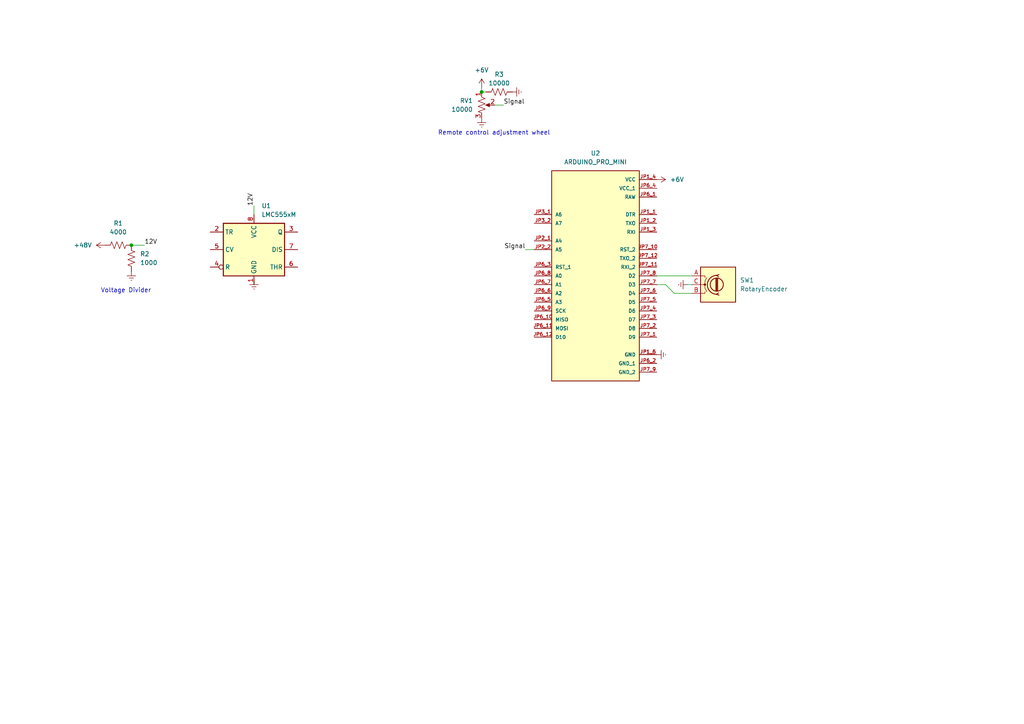
<source format=kicad_sch>
(kicad_sch
	(version 20231120)
	(generator "eeschema")
	(generator_version "8.0")
	(uuid "78b3f81d-c469-4d37-bd70-afc0c9e7fd24")
	(paper "A4")
	(lib_symbols
		(symbol "ARDUINO_PRO_MINI:ARDUINO_PRO_MINI"
			(pin_names
				(offset 1.016)
			)
			(exclude_from_sim no)
			(in_bom yes)
			(on_board yes)
			(property "Reference" "U"
				(at -12.7 31.75 0)
				(effects
					(font
						(size 1.27 1.27)
					)
					(justify left bottom)
				)
			)
			(property "Value" "ARDUINO_PRO_MINI"
				(at -12.7 -33.02 0)
				(effects
					(font
						(size 1.27 1.27)
					)
					(justify left bottom)
				)
			)
			(property "Footprint" "ARDUINO_PRO_MINI:MODULE_ARDUINO_PRO_MINI"
				(at 0 0 0)
				(effects
					(font
						(size 1.27 1.27)
					)
					(justify bottom)
					(hide yes)
				)
			)
			(property "Datasheet" ""
				(at 0 0 0)
				(effects
					(font
						(size 1.27 1.27)
					)
					(hide yes)
				)
			)
			(property "Description" "\nThis board was developed for applications and installations where space is premium and projects are made as permanent set ups. Small, available in 3.3 V and 5 V versions, powered by ATmega328P.\n"
				(at 0 0 0)
				(effects
					(font
						(size 1.27 1.27)
					)
					(justify bottom)
					(hide yes)
				)
			)
			(property "MF" "Arduino"
				(at 0 0 0)
				(effects
					(font
						(size 1.27 1.27)
					)
					(justify bottom)
					(hide yes)
				)
			)
			(property "MAXIMUM_PACKAGE_HEIGHT" "N/A"
				(at 0 0 0)
				(effects
					(font
						(size 1.27 1.27)
					)
					(justify bottom)
					(hide yes)
				)
			)
			(property "Package" "None"
				(at 0 0 0)
				(effects
					(font
						(size 1.27 1.27)
					)
					(justify bottom)
					(hide yes)
				)
			)
			(property "Price" "None"
				(at 0 0 0)
				(effects
					(font
						(size 1.27 1.27)
					)
					(justify bottom)
					(hide yes)
				)
			)
			(property "Check_prices" "https://www.snapeda.com/parts/Arduino%20Pro%20Mini/Arduino/view-part/?ref=eda"
				(at 0 0 0)
				(effects
					(font
						(size 1.27 1.27)
					)
					(justify bottom)
					(hide yes)
				)
			)
			(property "STANDARD" "Manufacturer Recommendations"
				(at 0 0 0)
				(effects
					(font
						(size 1.27 1.27)
					)
					(justify bottom)
					(hide yes)
				)
			)
			(property "PARTREV" "N/A"
				(at 0 0 0)
				(effects
					(font
						(size 1.27 1.27)
					)
					(justify bottom)
					(hide yes)
				)
			)
			(property "SnapEDA_Link" "https://www.snapeda.com/parts/Arduino%20Pro%20Mini/Arduino/view-part/?ref=snap"
				(at 0 0 0)
				(effects
					(font
						(size 1.27 1.27)
					)
					(justify bottom)
					(hide yes)
				)
			)
			(property "MP" "Arduino Pro Mini"
				(at 0 0 0)
				(effects
					(font
						(size 1.27 1.27)
					)
					(justify bottom)
					(hide yes)
				)
			)
			(property "Availability" "Not in stock"
				(at 0 0 0)
				(effects
					(font
						(size 1.27 1.27)
					)
					(justify bottom)
					(hide yes)
				)
			)
			(property "MANUFACTURER" "SparkFun Electronics"
				(at 0 0 0)
				(effects
					(font
						(size 1.27 1.27)
					)
					(justify bottom)
					(hide yes)
				)
			)
			(symbol "ARDUINO_PRO_MINI_0_0"
				(rectangle
					(start -12.7 -30.48)
					(end 12.7 30.48)
					(stroke
						(width 0.254)
						(type default)
					)
					(fill
						(type background)
					)
				)
				(pin input line
					(at 17.78 17.78 180)
					(length 5.08)
					(name "DTR"
						(effects
							(font
								(size 1.016 1.016)
							)
						)
					)
					(number "JP1_1"
						(effects
							(font
								(size 1.016 1.016)
							)
						)
					)
				)
				(pin bidirectional line
					(at 17.78 15.24 180)
					(length 5.08)
					(name "TXO"
						(effects
							(font
								(size 1.016 1.016)
							)
						)
					)
					(number "JP1_2"
						(effects
							(font
								(size 1.016 1.016)
							)
						)
					)
				)
				(pin bidirectional line
					(at 17.78 12.7 180)
					(length 5.08)
					(name "RXI"
						(effects
							(font
								(size 1.016 1.016)
							)
						)
					)
					(number "JP1_3"
						(effects
							(font
								(size 1.016 1.016)
							)
						)
					)
				)
				(pin power_in line
					(at 17.78 27.94 180)
					(length 5.08)
					(name "VCC"
						(effects
							(font
								(size 1.016 1.016)
							)
						)
					)
					(number "JP1_4"
						(effects
							(font
								(size 1.016 1.016)
							)
						)
					)
				)
				(pin power_in line
					(at 17.78 -22.86 180)
					(length 5.08)
					(name "GND"
						(effects
							(font
								(size 1.016 1.016)
							)
						)
					)
					(number "JP1_5"
						(effects
							(font
								(size 1.016 1.016)
							)
						)
					)
				)
				(pin power_in line
					(at 17.78 -22.86 180)
					(length 5.08)
					(name "GND"
						(effects
							(font
								(size 1.016 1.016)
							)
						)
					)
					(number "JP1_6"
						(effects
							(font
								(size 1.016 1.016)
							)
						)
					)
				)
				(pin bidirectional line
					(at -17.78 10.16 0)
					(length 5.08)
					(name "A4"
						(effects
							(font
								(size 1.016 1.016)
							)
						)
					)
					(number "JP2_1"
						(effects
							(font
								(size 1.016 1.016)
							)
						)
					)
				)
				(pin bidirectional line
					(at -17.78 7.62 0)
					(length 5.08)
					(name "A5"
						(effects
							(font
								(size 1.016 1.016)
							)
						)
					)
					(number "JP2_2"
						(effects
							(font
								(size 1.016 1.016)
							)
						)
					)
				)
				(pin input line
					(at -17.78 17.78 0)
					(length 5.08)
					(name "A6"
						(effects
							(font
								(size 1.016 1.016)
							)
						)
					)
					(number "JP3_1"
						(effects
							(font
								(size 1.016 1.016)
							)
						)
					)
				)
				(pin input line
					(at -17.78 15.24 0)
					(length 5.08)
					(name "A7"
						(effects
							(font
								(size 1.016 1.016)
							)
						)
					)
					(number "JP3_2"
						(effects
							(font
								(size 1.016 1.016)
							)
						)
					)
				)
				(pin power_in line
					(at 17.78 22.86 180)
					(length 5.08)
					(name "RAW"
						(effects
							(font
								(size 1.016 1.016)
							)
						)
					)
					(number "JP6_1"
						(effects
							(font
								(size 1.016 1.016)
							)
						)
					)
				)
				(pin bidirectional line
					(at -17.78 -12.7 0)
					(length 5.08)
					(name "MISO"
						(effects
							(font
								(size 1.016 1.016)
							)
						)
					)
					(number "JP6_10"
						(effects
							(font
								(size 1.016 1.016)
							)
						)
					)
				)
				(pin bidirectional line
					(at -17.78 -15.24 0)
					(length 5.08)
					(name "MOSI"
						(effects
							(font
								(size 1.016 1.016)
							)
						)
					)
					(number "JP6_11"
						(effects
							(font
								(size 1.016 1.016)
							)
						)
					)
				)
				(pin bidirectional line
					(at -17.78 -17.78 0)
					(length 5.08)
					(name "D10"
						(effects
							(font
								(size 1.016 1.016)
							)
						)
					)
					(number "JP6_12"
						(effects
							(font
								(size 1.016 1.016)
							)
						)
					)
				)
				(pin power_in line
					(at 17.78 -25.4 180)
					(length 5.08)
					(name "GND_1"
						(effects
							(font
								(size 1.016 1.016)
							)
						)
					)
					(number "JP6_2"
						(effects
							(font
								(size 1.016 1.016)
							)
						)
					)
				)
				(pin input line
					(at -17.78 2.54 0)
					(length 5.08)
					(name "RST_1"
						(effects
							(font
								(size 1.016 1.016)
							)
						)
					)
					(number "JP6_3"
						(effects
							(font
								(size 1.016 1.016)
							)
						)
					)
				)
				(pin power_in line
					(at 17.78 25.4 180)
					(length 5.08)
					(name "VCC_1"
						(effects
							(font
								(size 1.016 1.016)
							)
						)
					)
					(number "JP6_4"
						(effects
							(font
								(size 1.016 1.016)
							)
						)
					)
				)
				(pin bidirectional line
					(at -17.78 -7.62 0)
					(length 5.08)
					(name "A3"
						(effects
							(font
								(size 1.016 1.016)
							)
						)
					)
					(number "JP6_5"
						(effects
							(font
								(size 1.016 1.016)
							)
						)
					)
				)
				(pin bidirectional line
					(at -17.78 -5.08 0)
					(length 5.08)
					(name "A2"
						(effects
							(font
								(size 1.016 1.016)
							)
						)
					)
					(number "JP6_6"
						(effects
							(font
								(size 1.016 1.016)
							)
						)
					)
				)
				(pin bidirectional line
					(at -17.78 -2.54 0)
					(length 5.08)
					(name "A1"
						(effects
							(font
								(size 1.016 1.016)
							)
						)
					)
					(number "JP6_7"
						(effects
							(font
								(size 1.016 1.016)
							)
						)
					)
				)
				(pin bidirectional line
					(at -17.78 0 0)
					(length 5.08)
					(name "A0"
						(effects
							(font
								(size 1.016 1.016)
							)
						)
					)
					(number "JP6_8"
						(effects
							(font
								(size 1.016 1.016)
							)
						)
					)
				)
				(pin bidirectional line
					(at -17.78 -10.16 0)
					(length 5.08)
					(name "SCK"
						(effects
							(font
								(size 1.016 1.016)
							)
						)
					)
					(number "JP6_9"
						(effects
							(font
								(size 1.016 1.016)
							)
						)
					)
				)
				(pin bidirectional line
					(at 17.78 -17.78 180)
					(length 5.08)
					(name "D9"
						(effects
							(font
								(size 1.016 1.016)
							)
						)
					)
					(number "JP7_1"
						(effects
							(font
								(size 1.016 1.016)
							)
						)
					)
				)
				(pin input line
					(at 17.78 7.62 180)
					(length 5.08)
					(name "RST_2"
						(effects
							(font
								(size 1.016 1.016)
							)
						)
					)
					(number "JP7_10"
						(effects
							(font
								(size 1.016 1.016)
							)
						)
					)
				)
				(pin bidirectional line
					(at 17.78 2.54 180)
					(length 5.08)
					(name "RXI_2"
						(effects
							(font
								(size 1.016 1.016)
							)
						)
					)
					(number "JP7_11"
						(effects
							(font
								(size 1.016 1.016)
							)
						)
					)
				)
				(pin bidirectional line
					(at 17.78 5.08 180)
					(length 5.08)
					(name "TXO_2"
						(effects
							(font
								(size 1.016 1.016)
							)
						)
					)
					(number "JP7_12"
						(effects
							(font
								(size 1.016 1.016)
							)
						)
					)
				)
				(pin bidirectional line
					(at 17.78 -15.24 180)
					(length 5.08)
					(name "D8"
						(effects
							(font
								(size 1.016 1.016)
							)
						)
					)
					(number "JP7_2"
						(effects
							(font
								(size 1.016 1.016)
							)
						)
					)
				)
				(pin bidirectional line
					(at 17.78 -12.7 180)
					(length 5.08)
					(name "D7"
						(effects
							(font
								(size 1.016 1.016)
							)
						)
					)
					(number "JP7_3"
						(effects
							(font
								(size 1.016 1.016)
							)
						)
					)
				)
				(pin bidirectional line
					(at 17.78 -10.16 180)
					(length 5.08)
					(name "D6"
						(effects
							(font
								(size 1.016 1.016)
							)
						)
					)
					(number "JP7_4"
						(effects
							(font
								(size 1.016 1.016)
							)
						)
					)
				)
				(pin bidirectional line
					(at 17.78 -7.62 180)
					(length 5.08)
					(name "D5"
						(effects
							(font
								(size 1.016 1.016)
							)
						)
					)
					(number "JP7_5"
						(effects
							(font
								(size 1.016 1.016)
							)
						)
					)
				)
				(pin bidirectional line
					(at 17.78 -5.08 180)
					(length 5.08)
					(name "D4"
						(effects
							(font
								(size 1.016 1.016)
							)
						)
					)
					(number "JP7_6"
						(effects
							(font
								(size 1.016 1.016)
							)
						)
					)
				)
				(pin bidirectional line
					(at 17.78 -2.54 180)
					(length 5.08)
					(name "D3"
						(effects
							(font
								(size 1.016 1.016)
							)
						)
					)
					(number "JP7_7"
						(effects
							(font
								(size 1.016 1.016)
							)
						)
					)
				)
				(pin bidirectional line
					(at 17.78 0 180)
					(length 5.08)
					(name "D2"
						(effects
							(font
								(size 1.016 1.016)
							)
						)
					)
					(number "JP7_8"
						(effects
							(font
								(size 1.016 1.016)
							)
						)
					)
				)
				(pin power_in line
					(at 17.78 -27.94 180)
					(length 5.08)
					(name "GND_2"
						(effects
							(font
								(size 1.016 1.016)
							)
						)
					)
					(number "JP7_9"
						(effects
							(font
								(size 1.016 1.016)
							)
						)
					)
				)
			)
		)
		(symbol "Device:R_Potentiometer_US"
			(pin_names
				(offset 1.016) hide)
			(exclude_from_sim no)
			(in_bom yes)
			(on_board yes)
			(property "Reference" "RV"
				(at -4.445 0 90)
				(effects
					(font
						(size 1.27 1.27)
					)
				)
			)
			(property "Value" "R_Potentiometer_US"
				(at -2.54 0 90)
				(effects
					(font
						(size 1.27 1.27)
					)
				)
			)
			(property "Footprint" ""
				(at 0 0 0)
				(effects
					(font
						(size 1.27 1.27)
					)
					(hide yes)
				)
			)
			(property "Datasheet" "~"
				(at 0 0 0)
				(effects
					(font
						(size 1.27 1.27)
					)
					(hide yes)
				)
			)
			(property "Description" "Potentiometer, US symbol"
				(at 0 0 0)
				(effects
					(font
						(size 1.27 1.27)
					)
					(hide yes)
				)
			)
			(property "ki_keywords" "resistor variable"
				(at 0 0 0)
				(effects
					(font
						(size 1.27 1.27)
					)
					(hide yes)
				)
			)
			(property "ki_fp_filters" "Potentiometer*"
				(at 0 0 0)
				(effects
					(font
						(size 1.27 1.27)
					)
					(hide yes)
				)
			)
			(symbol "R_Potentiometer_US_0_1"
				(polyline
					(pts
						(xy 0 -2.286) (xy 0 -2.54)
					)
					(stroke
						(width 0)
						(type default)
					)
					(fill
						(type none)
					)
				)
				(polyline
					(pts
						(xy 0 2.54) (xy 0 2.286)
					)
					(stroke
						(width 0)
						(type default)
					)
					(fill
						(type none)
					)
				)
				(polyline
					(pts
						(xy 2.54 0) (xy 1.524 0)
					)
					(stroke
						(width 0)
						(type default)
					)
					(fill
						(type none)
					)
				)
				(polyline
					(pts
						(xy 1.143 0) (xy 2.286 0.508) (xy 2.286 -0.508) (xy 1.143 0)
					)
					(stroke
						(width 0)
						(type default)
					)
					(fill
						(type outline)
					)
				)
				(polyline
					(pts
						(xy 0 -0.762) (xy 1.016 -1.143) (xy 0 -1.524) (xy -1.016 -1.905) (xy 0 -2.286)
					)
					(stroke
						(width 0)
						(type default)
					)
					(fill
						(type none)
					)
				)
				(polyline
					(pts
						(xy 0 0.762) (xy 1.016 0.381) (xy 0 0) (xy -1.016 -0.381) (xy 0 -0.762)
					)
					(stroke
						(width 0)
						(type default)
					)
					(fill
						(type none)
					)
				)
				(polyline
					(pts
						(xy 0 2.286) (xy 1.016 1.905) (xy 0 1.524) (xy -1.016 1.143) (xy 0 0.762)
					)
					(stroke
						(width 0)
						(type default)
					)
					(fill
						(type none)
					)
				)
			)
			(symbol "R_Potentiometer_US_1_1"
				(pin passive line
					(at 0 3.81 270)
					(length 1.27)
					(name "1"
						(effects
							(font
								(size 1.27 1.27)
							)
						)
					)
					(number "1"
						(effects
							(font
								(size 1.27 1.27)
							)
						)
					)
				)
				(pin passive line
					(at 3.81 0 180)
					(length 1.27)
					(name "2"
						(effects
							(font
								(size 1.27 1.27)
							)
						)
					)
					(number "2"
						(effects
							(font
								(size 1.27 1.27)
							)
						)
					)
				)
				(pin passive line
					(at 0 -3.81 90)
					(length 1.27)
					(name "3"
						(effects
							(font
								(size 1.27 1.27)
							)
						)
					)
					(number "3"
						(effects
							(font
								(size 1.27 1.27)
							)
						)
					)
				)
			)
		)
		(symbol "Device:R_US"
			(pin_numbers hide)
			(pin_names
				(offset 0)
			)
			(exclude_from_sim no)
			(in_bom yes)
			(on_board yes)
			(property "Reference" "R"
				(at 2.54 0 90)
				(effects
					(font
						(size 1.27 1.27)
					)
				)
			)
			(property "Value" "R_US"
				(at -2.54 0 90)
				(effects
					(font
						(size 1.27 1.27)
					)
				)
			)
			(property "Footprint" ""
				(at 1.016 -0.254 90)
				(effects
					(font
						(size 1.27 1.27)
					)
					(hide yes)
				)
			)
			(property "Datasheet" "~"
				(at 0 0 0)
				(effects
					(font
						(size 1.27 1.27)
					)
					(hide yes)
				)
			)
			(property "Description" "Resistor, US symbol"
				(at 0 0 0)
				(effects
					(font
						(size 1.27 1.27)
					)
					(hide yes)
				)
			)
			(property "ki_keywords" "R res resistor"
				(at 0 0 0)
				(effects
					(font
						(size 1.27 1.27)
					)
					(hide yes)
				)
			)
			(property "ki_fp_filters" "R_*"
				(at 0 0 0)
				(effects
					(font
						(size 1.27 1.27)
					)
					(hide yes)
				)
			)
			(symbol "R_US_0_1"
				(polyline
					(pts
						(xy 0 -2.286) (xy 0 -2.54)
					)
					(stroke
						(width 0)
						(type default)
					)
					(fill
						(type none)
					)
				)
				(polyline
					(pts
						(xy 0 2.286) (xy 0 2.54)
					)
					(stroke
						(width 0)
						(type default)
					)
					(fill
						(type none)
					)
				)
				(polyline
					(pts
						(xy 0 -0.762) (xy 1.016 -1.143) (xy 0 -1.524) (xy -1.016 -1.905) (xy 0 -2.286)
					)
					(stroke
						(width 0)
						(type default)
					)
					(fill
						(type none)
					)
				)
				(polyline
					(pts
						(xy 0 0.762) (xy 1.016 0.381) (xy 0 0) (xy -1.016 -0.381) (xy 0 -0.762)
					)
					(stroke
						(width 0)
						(type default)
					)
					(fill
						(type none)
					)
				)
				(polyline
					(pts
						(xy 0 2.286) (xy 1.016 1.905) (xy 0 1.524) (xy -1.016 1.143) (xy 0 0.762)
					)
					(stroke
						(width 0)
						(type default)
					)
					(fill
						(type none)
					)
				)
			)
			(symbol "R_US_1_1"
				(pin passive line
					(at 0 3.81 270)
					(length 1.27)
					(name "~"
						(effects
							(font
								(size 1.27 1.27)
							)
						)
					)
					(number "1"
						(effects
							(font
								(size 1.27 1.27)
							)
						)
					)
				)
				(pin passive line
					(at 0 -3.81 90)
					(length 1.27)
					(name "~"
						(effects
							(font
								(size 1.27 1.27)
							)
						)
					)
					(number "2"
						(effects
							(font
								(size 1.27 1.27)
							)
						)
					)
				)
			)
		)
		(symbol "Device:RotaryEncoder"
			(pin_names
				(offset 0.254) hide)
			(exclude_from_sim no)
			(in_bom yes)
			(on_board yes)
			(property "Reference" "SW"
				(at 0 6.604 0)
				(effects
					(font
						(size 1.27 1.27)
					)
				)
			)
			(property "Value" "RotaryEncoder"
				(at 0 -6.604 0)
				(effects
					(font
						(size 1.27 1.27)
					)
				)
			)
			(property "Footprint" ""
				(at -3.81 4.064 0)
				(effects
					(font
						(size 1.27 1.27)
					)
					(hide yes)
				)
			)
			(property "Datasheet" "~"
				(at 0 6.604 0)
				(effects
					(font
						(size 1.27 1.27)
					)
					(hide yes)
				)
			)
			(property "Description" "Rotary encoder, dual channel, incremental quadrate outputs"
				(at 0 0 0)
				(effects
					(font
						(size 1.27 1.27)
					)
					(hide yes)
				)
			)
			(property "ki_keywords" "rotary switch encoder"
				(at 0 0 0)
				(effects
					(font
						(size 1.27 1.27)
					)
					(hide yes)
				)
			)
			(property "ki_fp_filters" "RotaryEncoder*"
				(at 0 0 0)
				(effects
					(font
						(size 1.27 1.27)
					)
					(hide yes)
				)
			)
			(symbol "RotaryEncoder_0_1"
				(rectangle
					(start -5.08 5.08)
					(end 5.08 -5.08)
					(stroke
						(width 0.254)
						(type default)
					)
					(fill
						(type background)
					)
				)
				(circle
					(center -3.81 0)
					(radius 0.254)
					(stroke
						(width 0)
						(type default)
					)
					(fill
						(type outline)
					)
				)
				(circle
					(center -0.381 0)
					(radius 1.905)
					(stroke
						(width 0.254)
						(type default)
					)
					(fill
						(type none)
					)
				)
				(arc
					(start -0.381 2.667)
					(mid -3.0988 -0.0635)
					(end -0.381 -2.794)
					(stroke
						(width 0.254)
						(type default)
					)
					(fill
						(type none)
					)
				)
				(polyline
					(pts
						(xy -0.635 -1.778) (xy -0.635 1.778)
					)
					(stroke
						(width 0.254)
						(type default)
					)
					(fill
						(type none)
					)
				)
				(polyline
					(pts
						(xy -0.381 -1.778) (xy -0.381 1.778)
					)
					(stroke
						(width 0.254)
						(type default)
					)
					(fill
						(type none)
					)
				)
				(polyline
					(pts
						(xy -0.127 1.778) (xy -0.127 -1.778)
					)
					(stroke
						(width 0.254)
						(type default)
					)
					(fill
						(type none)
					)
				)
				(polyline
					(pts
						(xy -5.08 -2.54) (xy -3.81 -2.54) (xy -3.81 -2.032)
					)
					(stroke
						(width 0)
						(type default)
					)
					(fill
						(type none)
					)
				)
				(polyline
					(pts
						(xy -5.08 2.54) (xy -3.81 2.54) (xy -3.81 2.032)
					)
					(stroke
						(width 0)
						(type default)
					)
					(fill
						(type none)
					)
				)
				(polyline
					(pts
						(xy 0.254 -3.048) (xy -0.508 -2.794) (xy 0.127 -2.413)
					)
					(stroke
						(width 0.254)
						(type default)
					)
					(fill
						(type none)
					)
				)
				(polyline
					(pts
						(xy 0.254 2.921) (xy -0.508 2.667) (xy 0.127 2.286)
					)
					(stroke
						(width 0.254)
						(type default)
					)
					(fill
						(type none)
					)
				)
				(polyline
					(pts
						(xy -5.08 0) (xy -3.81 0) (xy -3.81 -1.016) (xy -3.302 -2.032)
					)
					(stroke
						(width 0)
						(type default)
					)
					(fill
						(type none)
					)
				)
				(polyline
					(pts
						(xy -4.318 0) (xy -3.81 0) (xy -3.81 1.016) (xy -3.302 2.032)
					)
					(stroke
						(width 0)
						(type default)
					)
					(fill
						(type none)
					)
				)
			)
			(symbol "RotaryEncoder_1_1"
				(pin passive line
					(at -7.62 2.54 0)
					(length 2.54)
					(name "A"
						(effects
							(font
								(size 1.27 1.27)
							)
						)
					)
					(number "A"
						(effects
							(font
								(size 1.27 1.27)
							)
						)
					)
				)
				(pin passive line
					(at -7.62 -2.54 0)
					(length 2.54)
					(name "B"
						(effects
							(font
								(size 1.27 1.27)
							)
						)
					)
					(number "B"
						(effects
							(font
								(size 1.27 1.27)
							)
						)
					)
				)
				(pin passive line
					(at -7.62 0 0)
					(length 2.54)
					(name "C"
						(effects
							(font
								(size 1.27 1.27)
							)
						)
					)
					(number "C"
						(effects
							(font
								(size 1.27 1.27)
							)
						)
					)
				)
			)
		)
		(symbol "Timer:LMC555xM"
			(exclude_from_sim no)
			(in_bom yes)
			(on_board yes)
			(property "Reference" "U"
				(at -10.16 8.89 0)
				(effects
					(font
						(size 1.27 1.27)
					)
					(justify left)
				)
			)
			(property "Value" "LMC555xM"
				(at 2.54 8.89 0)
				(effects
					(font
						(size 1.27 1.27)
					)
					(justify left)
				)
			)
			(property "Footprint" "Package_SO:SOIC-8_3.9x4.9mm_P1.27mm"
				(at 21.59 -10.16 0)
				(effects
					(font
						(size 1.27 1.27)
					)
					(hide yes)
				)
			)
			(property "Datasheet" "http://www.ti.com/lit/ds/symlink/lmc555.pdf"
				(at 21.59 -10.16 0)
				(effects
					(font
						(size 1.27 1.27)
					)
					(hide yes)
				)
			)
			(property "Description" "CMOS Timer, 555 compatible, SOIC-8"
				(at 0 0 0)
				(effects
					(font
						(size 1.27 1.27)
					)
					(hide yes)
				)
			)
			(property "ki_keywords" "single timer 555"
				(at 0 0 0)
				(effects
					(font
						(size 1.27 1.27)
					)
					(hide yes)
				)
			)
			(property "ki_fp_filters" "SOIC*3.9x4.9mm*P1.27mm*"
				(at 0 0 0)
				(effects
					(font
						(size 1.27 1.27)
					)
					(hide yes)
				)
			)
			(symbol "LMC555xM_0_0"
				(pin power_in line
					(at 0 -10.16 90)
					(length 2.54)
					(name "GND"
						(effects
							(font
								(size 1.27 1.27)
							)
						)
					)
					(number "1"
						(effects
							(font
								(size 1.27 1.27)
							)
						)
					)
				)
				(pin power_in line
					(at 0 10.16 270)
					(length 2.54)
					(name "VCC"
						(effects
							(font
								(size 1.27 1.27)
							)
						)
					)
					(number "8"
						(effects
							(font
								(size 1.27 1.27)
							)
						)
					)
				)
			)
			(symbol "LMC555xM_0_1"
				(rectangle
					(start -8.89 -7.62)
					(end 8.89 7.62)
					(stroke
						(width 0.254)
						(type default)
					)
					(fill
						(type background)
					)
				)
				(rectangle
					(start -8.89 -7.62)
					(end 8.89 7.62)
					(stroke
						(width 0.254)
						(type default)
					)
					(fill
						(type background)
					)
				)
			)
			(symbol "LMC555xM_1_1"
				(pin input line
					(at -12.7 5.08 0)
					(length 3.81)
					(name "TR"
						(effects
							(font
								(size 1.27 1.27)
							)
						)
					)
					(number "2"
						(effects
							(font
								(size 1.27 1.27)
							)
						)
					)
				)
				(pin output line
					(at 12.7 5.08 180)
					(length 3.81)
					(name "Q"
						(effects
							(font
								(size 1.27 1.27)
							)
						)
					)
					(number "3"
						(effects
							(font
								(size 1.27 1.27)
							)
						)
					)
				)
				(pin input inverted
					(at -12.7 -5.08 0)
					(length 3.81)
					(name "R"
						(effects
							(font
								(size 1.27 1.27)
							)
						)
					)
					(number "4"
						(effects
							(font
								(size 1.27 1.27)
							)
						)
					)
				)
				(pin input line
					(at -12.7 0 0)
					(length 3.81)
					(name "CV"
						(effects
							(font
								(size 1.27 1.27)
							)
						)
					)
					(number "5"
						(effects
							(font
								(size 1.27 1.27)
							)
						)
					)
				)
				(pin input line
					(at 12.7 -5.08 180)
					(length 3.81)
					(name "THR"
						(effects
							(font
								(size 1.27 1.27)
							)
						)
					)
					(number "6"
						(effects
							(font
								(size 1.27 1.27)
							)
						)
					)
				)
				(pin input line
					(at 12.7 0 180)
					(length 3.81)
					(name "DIS"
						(effects
							(font
								(size 1.27 1.27)
							)
						)
					)
					(number "7"
						(effects
							(font
								(size 1.27 1.27)
							)
						)
					)
				)
			)
		)
		(symbol "power:+48V"
			(power)
			(pin_names
				(offset 0)
			)
			(exclude_from_sim no)
			(in_bom yes)
			(on_board yes)
			(property "Reference" "#PWR"
				(at 0 -3.81 0)
				(effects
					(font
						(size 1.27 1.27)
					)
					(hide yes)
				)
			)
			(property "Value" "+48V"
				(at 0 3.556 0)
				(effects
					(font
						(size 1.27 1.27)
					)
				)
			)
			(property "Footprint" ""
				(at 0 0 0)
				(effects
					(font
						(size 1.27 1.27)
					)
					(hide yes)
				)
			)
			(property "Datasheet" ""
				(at 0 0 0)
				(effects
					(font
						(size 1.27 1.27)
					)
					(hide yes)
				)
			)
			(property "Description" "Power symbol creates a global label with name \"+48V\""
				(at 0 0 0)
				(effects
					(font
						(size 1.27 1.27)
					)
					(hide yes)
				)
			)
			(property "ki_keywords" "global power"
				(at 0 0 0)
				(effects
					(font
						(size 1.27 1.27)
					)
					(hide yes)
				)
			)
			(symbol "+48V_0_1"
				(polyline
					(pts
						(xy -0.762 1.27) (xy 0 2.54)
					)
					(stroke
						(width 0)
						(type default)
					)
					(fill
						(type none)
					)
				)
				(polyline
					(pts
						(xy 0 0) (xy 0 2.54)
					)
					(stroke
						(width 0)
						(type default)
					)
					(fill
						(type none)
					)
				)
				(polyline
					(pts
						(xy 0 2.54) (xy 0.762 1.27)
					)
					(stroke
						(width 0)
						(type default)
					)
					(fill
						(type none)
					)
				)
			)
			(symbol "+48V_1_1"
				(pin power_in line
					(at 0 0 90)
					(length 0) hide
					(name "+48V"
						(effects
							(font
								(size 1.27 1.27)
							)
						)
					)
					(number "1"
						(effects
							(font
								(size 1.27 1.27)
							)
						)
					)
				)
			)
		)
		(symbol "power:+6V"
			(power)
			(pin_names
				(offset 0)
			)
			(exclude_from_sim no)
			(in_bom yes)
			(on_board yes)
			(property "Reference" "#PWR"
				(at 0 -3.81 0)
				(effects
					(font
						(size 1.27 1.27)
					)
					(hide yes)
				)
			)
			(property "Value" "+6V"
				(at 0 3.556 0)
				(effects
					(font
						(size 1.27 1.27)
					)
				)
			)
			(property "Footprint" ""
				(at 0 0 0)
				(effects
					(font
						(size 1.27 1.27)
					)
					(hide yes)
				)
			)
			(property "Datasheet" ""
				(at 0 0 0)
				(effects
					(font
						(size 1.27 1.27)
					)
					(hide yes)
				)
			)
			(property "Description" "Power symbol creates a global label with name \"+6V\""
				(at 0 0 0)
				(effects
					(font
						(size 1.27 1.27)
					)
					(hide yes)
				)
			)
			(property "ki_keywords" "global power"
				(at 0 0 0)
				(effects
					(font
						(size 1.27 1.27)
					)
					(hide yes)
				)
			)
			(symbol "+6V_0_1"
				(polyline
					(pts
						(xy -0.762 1.27) (xy 0 2.54)
					)
					(stroke
						(width 0)
						(type default)
					)
					(fill
						(type none)
					)
				)
				(polyline
					(pts
						(xy 0 0) (xy 0 2.54)
					)
					(stroke
						(width 0)
						(type default)
					)
					(fill
						(type none)
					)
				)
				(polyline
					(pts
						(xy 0 2.54) (xy 0.762 1.27)
					)
					(stroke
						(width 0)
						(type default)
					)
					(fill
						(type none)
					)
				)
			)
			(symbol "+6V_1_1"
				(pin power_in line
					(at 0 0 90)
					(length 0) hide
					(name "+6V"
						(effects
							(font
								(size 1.27 1.27)
							)
						)
					)
					(number "1"
						(effects
							(font
								(size 1.27 1.27)
							)
						)
					)
				)
			)
		)
		(symbol "power:Earth"
			(power)
			(pin_names
				(offset 0)
			)
			(exclude_from_sim no)
			(in_bom yes)
			(on_board yes)
			(property "Reference" "#PWR"
				(at 0 -6.35 0)
				(effects
					(font
						(size 1.27 1.27)
					)
					(hide yes)
				)
			)
			(property "Value" "Earth"
				(at 0 -3.81 0)
				(effects
					(font
						(size 1.27 1.27)
					)
					(hide yes)
				)
			)
			(property "Footprint" ""
				(at 0 0 0)
				(effects
					(font
						(size 1.27 1.27)
					)
					(hide yes)
				)
			)
			(property "Datasheet" "~"
				(at 0 0 0)
				(effects
					(font
						(size 1.27 1.27)
					)
					(hide yes)
				)
			)
			(property "Description" "Power symbol creates a global label with name \"Earth\""
				(at 0 0 0)
				(effects
					(font
						(size 1.27 1.27)
					)
					(hide yes)
				)
			)
			(property "ki_keywords" "global ground gnd"
				(at 0 0 0)
				(effects
					(font
						(size 1.27 1.27)
					)
					(hide yes)
				)
			)
			(symbol "Earth_0_1"
				(polyline
					(pts
						(xy -0.635 -1.905) (xy 0.635 -1.905)
					)
					(stroke
						(width 0)
						(type default)
					)
					(fill
						(type none)
					)
				)
				(polyline
					(pts
						(xy -0.127 -2.54) (xy 0.127 -2.54)
					)
					(stroke
						(width 0)
						(type default)
					)
					(fill
						(type none)
					)
				)
				(polyline
					(pts
						(xy 0 -1.27) (xy 0 0)
					)
					(stroke
						(width 0)
						(type default)
					)
					(fill
						(type none)
					)
				)
				(polyline
					(pts
						(xy 1.27 -1.27) (xy -1.27 -1.27)
					)
					(stroke
						(width 0)
						(type default)
					)
					(fill
						(type none)
					)
				)
			)
			(symbol "Earth_1_1"
				(pin power_in line
					(at 0 0 270)
					(length 0) hide
					(name "Earth"
						(effects
							(font
								(size 1.27 1.27)
							)
						)
					)
					(number "1"
						(effects
							(font
								(size 1.27 1.27)
							)
						)
					)
				)
			)
		)
	)
	(junction
		(at 38.1 71.12)
		(diameter 0)
		(color 0 0 0 0)
		(uuid "4c753ecb-f9e6-4921-9dcd-04fff72aee57")
	)
	(junction
		(at 139.7 26.67)
		(diameter 0)
		(color 0 0 0 0)
		(uuid "ff6ed572-090b-4199-aba2-3b7f91149573")
	)
	(wire
		(pts
			(xy 73.66 82.55) (xy 73.66 81.28)
		)
		(stroke
			(width 0)
			(type default)
		)
		(uuid "0c972e57-4cc6-4da0-80b4-7b4e11f373dd")
	)
	(wire
		(pts
			(xy 139.7 25.4) (xy 139.7 26.67)
		)
		(stroke
			(width 0)
			(type default)
		)
		(uuid "1e9ef2ab-ceec-4fc7-85b1-49a20af7a4f4")
	)
	(wire
		(pts
			(xy 193.04 82.55) (xy 195.58 85.09)
		)
		(stroke
			(width 0)
			(type default)
		)
		(uuid "202fbe21-8fdb-4b4c-b111-4cdb42a277bc")
	)
	(wire
		(pts
			(xy 190.5 80.01) (xy 200.66 80.01)
		)
		(stroke
			(width 0)
			(type default)
		)
		(uuid "3b96770c-cfe4-4d9e-a226-a96ed5c21b6f")
	)
	(wire
		(pts
			(xy 143.51 30.48) (xy 146.05 30.48)
		)
		(stroke
			(width 0)
			(type default)
		)
		(uuid "67d4af54-8daa-4135-bc03-d352dd6fbe59")
	)
	(wire
		(pts
			(xy 38.1 71.12) (xy 41.91 71.12)
		)
		(stroke
			(width 0)
			(type default)
		)
		(uuid "7fa80db5-3cdc-4d1d-a68c-5d812318172a")
	)
	(wire
		(pts
			(xy 140.97 26.67) (xy 139.7 26.67)
		)
		(stroke
			(width 0)
			(type default)
		)
		(uuid "ae73e4cb-cf49-4101-a925-704bf341415a")
	)
	(wire
		(pts
			(xy 200.66 82.55) (xy 199.39 82.55)
		)
		(stroke
			(width 0)
			(type default)
		)
		(uuid "b033e459-2ed0-434d-bf32-2439cee0a549")
	)
	(wire
		(pts
			(xy 190.5 82.55) (xy 193.04 82.55)
		)
		(stroke
			(width 0)
			(type default)
		)
		(uuid "b587c9c2-a2c0-448d-be13-9bcd61e1c2a8")
	)
	(wire
		(pts
			(xy 73.66 59.69) (xy 73.66 62.23)
		)
		(stroke
			(width 0)
			(type default)
		)
		(uuid "b7b9a616-8f46-4e58-8424-e7fe411a2242")
	)
	(wire
		(pts
			(xy 152.4 72.39) (xy 154.94 72.39)
		)
		(stroke
			(width 0)
			(type default)
		)
		(uuid "e9e7d065-e406-4dfa-8d57-f52ecf7c9bfc")
	)
	(wire
		(pts
			(xy 195.58 85.09) (xy 200.66 85.09)
		)
		(stroke
			(width 0)
			(type default)
		)
		(uuid "eaf23b87-d30b-4438-b9d2-cc8044213c92")
	)
	(text "Remote control adjustment wheel"
		(exclude_from_sim no)
		(at 127 39.37 0)
		(effects
			(font
				(size 1.27 1.27)
			)
			(justify left bottom)
		)
		(uuid "9b01e4fe-943e-4be0-ad10-218482a366f1")
	)
	(text "Voltage Divider"
		(exclude_from_sim no)
		(at 29.21 85.09 0)
		(effects
			(font
				(size 1.27 1.27)
			)
			(justify left bottom)
		)
		(uuid "d8230b6f-a358-4010-91f2-b5f9b0219945")
	)
	(label "Signal"
		(at 146.05 30.48 0)
		(fields_autoplaced yes)
		(effects
			(font
				(size 1.27 1.27)
			)
			(justify left bottom)
		)
		(uuid "42cd73df-2228-4cfc-82bc-47d123c805d6")
	)
	(label "12V"
		(at 41.91 71.12 0)
		(fields_autoplaced yes)
		(effects
			(font
				(size 1.27 1.27)
			)
			(justify left bottom)
		)
		(uuid "4512d503-e657-4365-994f-f8f96d2e7ebd")
	)
	(label "12V"
		(at 73.66 59.69 90)
		(fields_autoplaced yes)
		(effects
			(font
				(size 1.27 1.27)
			)
			(justify left bottom)
		)
		(uuid "653ded90-8ac4-4ffc-a20b-6470c2b07eeb")
	)
	(label "Signal"
		(at 152.4 72.39 180)
		(fields_autoplaced yes)
		(effects
			(font
				(size 1.27 1.27)
			)
			(justify right bottom)
		)
		(uuid "e722123c-69ba-406f-b065-aee830339a32")
	)
	(symbol
		(lib_id "Device:R_US")
		(at 144.78 26.67 90)
		(unit 1)
		(exclude_from_sim no)
		(in_bom yes)
		(on_board yes)
		(dnp no)
		(uuid "157b769f-5ad9-4d38-850f-e38376fe84cf")
		(property "Reference" "R3"
			(at 144.78 21.59 90)
			(effects
				(font
					(size 1.27 1.27)
				)
			)
		)
		(property "Value" "10000"
			(at 144.78 24.13 90)
			(effects
				(font
					(size 1.27 1.27)
				)
			)
		)
		(property "Footprint" ""
			(at 145.034 25.654 90)
			(effects
				(font
					(size 1.27 1.27)
				)
				(hide yes)
			)
		)
		(property "Datasheet" "~"
			(at 144.78 26.67 0)
			(effects
				(font
					(size 1.27 1.27)
				)
				(hide yes)
			)
		)
		(property "Description" ""
			(at 144.78 26.67 0)
			(effects
				(font
					(size 1.27 1.27)
				)
				(hide yes)
			)
		)
		(pin "1"
			(uuid "06f9a75a-8e3c-4ab4-b269-f346498a2c83")
		)
		(pin "2"
			(uuid "ccb47e9b-c3a3-4f75-b211-36f6bd578962")
		)
		(instances
			(project "Component schematics"
				(path "/78b3f81d-c469-4d37-bd70-afc0c9e7fd24"
					(reference "R3")
					(unit 1)
				)
			)
		)
	)
	(symbol
		(lib_id "power:Earth")
		(at 190.5 102.87 90)
		(unit 1)
		(exclude_from_sim no)
		(in_bom yes)
		(on_board yes)
		(dnp no)
		(fields_autoplaced yes)
		(uuid "1cd9938a-9186-4660-94b3-029d7a149094")
		(property "Reference" "#PWR08"
			(at 196.85 102.87 0)
			(effects
				(font
					(size 1.27 1.27)
				)
				(hide yes)
			)
		)
		(property "Value" "Earth"
			(at 194.31 102.87 0)
			(effects
				(font
					(size 1.27 1.27)
				)
				(hide yes)
			)
		)
		(property "Footprint" ""
			(at 190.5 102.87 0)
			(effects
				(font
					(size 1.27 1.27)
				)
				(hide yes)
			)
		)
		(property "Datasheet" "~"
			(at 190.5 102.87 0)
			(effects
				(font
					(size 1.27 1.27)
				)
				(hide yes)
			)
		)
		(property "Description" ""
			(at 190.5 102.87 0)
			(effects
				(font
					(size 1.27 1.27)
				)
				(hide yes)
			)
		)
		(pin "1"
			(uuid "ee07f100-47af-45c6-9301-e997ce7ac690")
		)
		(instances
			(project "Component schematics"
				(path "/78b3f81d-c469-4d37-bd70-afc0c9e7fd24"
					(reference "#PWR08")
					(unit 1)
				)
			)
		)
	)
	(symbol
		(lib_id "Device:R_Potentiometer_US")
		(at 139.7 30.48 0)
		(unit 1)
		(exclude_from_sim no)
		(in_bom yes)
		(on_board yes)
		(dnp no)
		(fields_autoplaced yes)
		(uuid "216a866e-bb9d-4e46-bc8e-4c1e8de3338c")
		(property "Reference" "RV1"
			(at 137.16 29.21 0)
			(effects
				(font
					(size 1.27 1.27)
				)
				(justify right)
			)
		)
		(property "Value" "10000"
			(at 137.16 31.75 0)
			(effects
				(font
					(size 1.27 1.27)
				)
				(justify right)
			)
		)
		(property "Footprint" ""
			(at 139.7 30.48 0)
			(effects
				(font
					(size 1.27 1.27)
				)
				(hide yes)
			)
		)
		(property "Datasheet" "~"
			(at 139.7 30.48 0)
			(effects
				(font
					(size 1.27 1.27)
				)
				(hide yes)
			)
		)
		(property "Description" ""
			(at 139.7 30.48 0)
			(effects
				(font
					(size 1.27 1.27)
				)
				(hide yes)
			)
		)
		(pin "1"
			(uuid "9431b25e-a13c-4efa-8183-8c208757162c")
		)
		(pin "2"
			(uuid "8b90aa82-149c-4e4c-bd2c-d7c319740b60")
		)
		(pin "3"
			(uuid "85c5c8a9-bd4c-40a0-8253-8b6359de61ea")
		)
		(instances
			(project "Component schematics"
				(path "/78b3f81d-c469-4d37-bd70-afc0c9e7fd24"
					(reference "RV1")
					(unit 1)
				)
			)
		)
	)
	(symbol
		(lib_id "power:+48V")
		(at 30.48 71.12 90)
		(unit 1)
		(exclude_from_sim no)
		(in_bom yes)
		(on_board yes)
		(dnp no)
		(fields_autoplaced yes)
		(uuid "2d3fc719-2da8-4829-8d25-33aa7ebb8e51")
		(property "Reference" "#PWR01"
			(at 34.29 71.12 0)
			(effects
				(font
					(size 1.27 1.27)
				)
				(hide yes)
			)
		)
		(property "Value" "+48V"
			(at 26.67 71.12 90)
			(effects
				(font
					(size 1.27 1.27)
				)
				(justify left)
			)
		)
		(property "Footprint" ""
			(at 30.48 71.12 0)
			(effects
				(font
					(size 1.27 1.27)
				)
				(hide yes)
			)
		)
		(property "Datasheet" ""
			(at 30.48 71.12 0)
			(effects
				(font
					(size 1.27 1.27)
				)
				(hide yes)
			)
		)
		(property "Description" ""
			(at 30.48 71.12 0)
			(effects
				(font
					(size 1.27 1.27)
				)
				(hide yes)
			)
		)
		(pin "1"
			(uuid "f7fbcd38-fd94-4ea3-a160-75c919eade62")
		)
		(instances
			(project "Component schematics"
				(path "/78b3f81d-c469-4d37-bd70-afc0c9e7fd24"
					(reference "#PWR01")
					(unit 1)
				)
			)
		)
	)
	(symbol
		(lib_id "Device:R_US")
		(at 34.29 71.12 90)
		(unit 1)
		(exclude_from_sim no)
		(in_bom yes)
		(on_board yes)
		(dnp no)
		(fields_autoplaced yes)
		(uuid "4bf23061-24cf-46b4-a91b-cb936b76ae40")
		(property "Reference" "R1"
			(at 34.29 64.77 90)
			(effects
				(font
					(size 1.27 1.27)
				)
			)
		)
		(property "Value" "4000"
			(at 34.29 67.31 90)
			(effects
				(font
					(size 1.27 1.27)
				)
			)
		)
		(property "Footprint" ""
			(at 34.544 70.104 90)
			(effects
				(font
					(size 1.27 1.27)
				)
				(hide yes)
			)
		)
		(property "Datasheet" "~"
			(at 34.29 71.12 0)
			(effects
				(font
					(size 1.27 1.27)
				)
				(hide yes)
			)
		)
		(property "Description" ""
			(at 34.29 71.12 0)
			(effects
				(font
					(size 1.27 1.27)
				)
				(hide yes)
			)
		)
		(pin "1"
			(uuid "a2c36f2b-eeea-4f66-b999-a8368042f2d0")
		)
		(pin "2"
			(uuid "d3b9c942-8cfb-4bf6-8945-d27c8834b43d")
		)
		(instances
			(project "Component schematics"
				(path "/78b3f81d-c469-4d37-bd70-afc0c9e7fd24"
					(reference "R1")
					(unit 1)
				)
			)
		)
	)
	(symbol
		(lib_id "power:Earth")
		(at 38.1 78.74 0)
		(unit 1)
		(exclude_from_sim no)
		(in_bom yes)
		(on_board yes)
		(dnp no)
		(fields_autoplaced yes)
		(uuid "50645628-327a-4cba-a232-ee233300e25b")
		(property "Reference" "#PWR02"
			(at 38.1 85.09 0)
			(effects
				(font
					(size 1.27 1.27)
				)
				(hide yes)
			)
		)
		(property "Value" "Earth"
			(at 38.1 82.55 0)
			(effects
				(font
					(size 1.27 1.27)
				)
				(hide yes)
			)
		)
		(property "Footprint" ""
			(at 38.1 78.74 0)
			(effects
				(font
					(size 1.27 1.27)
				)
				(hide yes)
			)
		)
		(property "Datasheet" "~"
			(at 38.1 78.74 0)
			(effects
				(font
					(size 1.27 1.27)
				)
				(hide yes)
			)
		)
		(property "Description" ""
			(at 38.1 78.74 0)
			(effects
				(font
					(size 1.27 1.27)
				)
				(hide yes)
			)
		)
		(pin "1"
			(uuid "418d333d-f117-4480-b524-a3b89d32af28")
		)
		(instances
			(project "Component schematics"
				(path "/78b3f81d-c469-4d37-bd70-afc0c9e7fd24"
					(reference "#PWR02")
					(unit 1)
				)
			)
		)
	)
	(symbol
		(lib_id "ARDUINO_PRO_MINI:ARDUINO_PRO_MINI")
		(at 172.72 80.01 0)
		(unit 1)
		(exclude_from_sim no)
		(in_bom yes)
		(on_board yes)
		(dnp no)
		(fields_autoplaced yes)
		(uuid "523d241e-483c-4b7f-9046-95d776f97a0e")
		(property "Reference" "U2"
			(at 172.72 44.45 0)
			(effects
				(font
					(size 1.27 1.27)
				)
			)
		)
		(property "Value" "ARDUINO_PRO_MINI"
			(at 172.72 46.99 0)
			(effects
				(font
					(size 1.27 1.27)
				)
			)
		)
		(property "Footprint" "ARDUINO_PRO_MINI:MODULE_ARDUINO_PRO_MINI"
			(at 172.72 80.01 0)
			(effects
				(font
					(size 1.27 1.27)
				)
				(justify bottom)
				(hide yes)
			)
		)
		(property "Datasheet" ""
			(at 172.72 80.01 0)
			(effects
				(font
					(size 1.27 1.27)
				)
				(hide yes)
			)
		)
		(property "Description" "\nThis board was developed for applications and installations where space is premium and projects are made as permanent set ups. Small, available in 3.3 V and 5 V versions, powered by ATmega328P.\n"
			(at 172.72 80.01 0)
			(effects
				(font
					(size 1.27 1.27)
				)
				(justify bottom)
				(hide yes)
			)
		)
		(property "MF" "Arduino"
			(at 172.72 80.01 0)
			(effects
				(font
					(size 1.27 1.27)
				)
				(justify bottom)
				(hide yes)
			)
		)
		(property "MAXIMUM_PACKAGE_HEIGHT" "N/A"
			(at 172.72 80.01 0)
			(effects
				(font
					(size 1.27 1.27)
				)
				(justify bottom)
				(hide yes)
			)
		)
		(property "Package" "None"
			(at 172.72 80.01 0)
			(effects
				(font
					(size 1.27 1.27)
				)
				(justify bottom)
				(hide yes)
			)
		)
		(property "Price" "None"
			(at 172.72 80.01 0)
			(effects
				(font
					(size 1.27 1.27)
				)
				(justify bottom)
				(hide yes)
			)
		)
		(property "Check_prices" "https://www.snapeda.com/parts/Arduino%20Pro%20Mini/Arduino/view-part/?ref=eda"
			(at 172.72 80.01 0)
			(effects
				(font
					(size 1.27 1.27)
				)
				(justify bottom)
				(hide yes)
			)
		)
		(property "STANDARD" "Manufacturer Recommendations"
			(at 172.72 80.01 0)
			(effects
				(font
					(size 1.27 1.27)
				)
				(justify bottom)
				(hide yes)
			)
		)
		(property "PARTREV" "N/A"
			(at 172.72 80.01 0)
			(effects
				(font
					(size 1.27 1.27)
				)
				(justify bottom)
				(hide yes)
			)
		)
		(property "SnapEDA_Link" "https://www.snapeda.com/parts/Arduino%20Pro%20Mini/Arduino/view-part/?ref=snap"
			(at 172.72 80.01 0)
			(effects
				(font
					(size 1.27 1.27)
				)
				(justify bottom)
				(hide yes)
			)
		)
		(property "MP" "Arduino Pro Mini"
			(at 172.72 80.01 0)
			(effects
				(font
					(size 1.27 1.27)
				)
				(justify bottom)
				(hide yes)
			)
		)
		(property "Availability" "Not in stock"
			(at 172.72 80.01 0)
			(effects
				(font
					(size 1.27 1.27)
				)
				(justify bottom)
				(hide yes)
			)
		)
		(property "MANUFACTURER" "SparkFun Electronics"
			(at 172.72 80.01 0)
			(effects
				(font
					(size 1.27 1.27)
				)
				(justify bottom)
				(hide yes)
			)
		)
		(pin "JP1_1"
			(uuid "50688f9e-b869-4624-bc1e-1f0fe9db1a28")
		)
		(pin "JP1_2"
			(uuid "a378e1f2-4fb0-4e23-a49d-cf3a97631b87")
		)
		(pin "JP1_3"
			(uuid "b8ee02c7-7b87-4e43-b32e-3590a3a1ddf8")
		)
		(pin "JP1_4"
			(uuid "bb99e349-696d-45c6-ba79-13acdee72d66")
		)
		(pin "JP1_5"
			(uuid "37562410-e5fb-4635-9703-24aaac6d4d7a")
		)
		(pin "JP1_6"
			(uuid "f0c254a4-b0e4-4108-a2aa-5ef33c6fb966")
		)
		(pin "JP2_1"
			(uuid "78612616-2d8d-4d1a-90bc-48ecabbfc843")
		)
		(pin "JP2_2"
			(uuid "7294e723-4f4f-4b08-a453-e07b5b73f0dc")
		)
		(pin "JP3_1"
			(uuid "26591382-2541-4a75-a94e-83f106a439f1")
		)
		(pin "JP3_2"
			(uuid "516472a0-f3ef-4c08-b4c3-ddaf66fbfd7a")
		)
		(pin "JP6_1"
			(uuid "d85e6a07-d891-47af-8bbc-15e06f0bf321")
		)
		(pin "JP6_10"
			(uuid "be11c05f-0116-4f06-8a5d-c6149836580f")
		)
		(pin "JP6_11"
			(uuid "2a8ac379-2b36-42a8-96b6-c141f012ffd1")
		)
		(pin "JP6_12"
			(uuid "e2efb903-42a9-418d-8a73-3dd49458519e")
		)
		(pin "JP6_2"
			(uuid "c499dd66-acc9-49ed-ac71-c7b688691f0c")
		)
		(pin "JP6_3"
			(uuid "56b5c8ad-400c-41fe-86e8-7d14b072055b")
		)
		(pin "JP6_4"
			(uuid "48adf43a-e6b4-4bf9-b96c-fa57d9b742e2")
		)
		(pin "JP6_5"
			(uuid "357a427d-38da-49a6-8836-0e1143f3e726")
		)
		(pin "JP6_6"
			(uuid "4d15f6c2-9197-4f7a-ba93-d7fecb1c343f")
		)
		(pin "JP6_7"
			(uuid "884a4015-6e01-480b-9bc3-213ea17a59ab")
		)
		(pin "JP6_8"
			(uuid "5df3e899-c7ac-45bc-8ae3-1732d7555ddb")
		)
		(pin "JP6_9"
			(uuid "2a9237cb-63c1-481c-9816-74cd8a4c72be")
		)
		(pin "JP7_1"
			(uuid "ac5e1371-8f47-44f6-b1f8-56e792cf3bc7")
		)
		(pin "JP7_10"
			(uuid "1b0e5ed0-66e4-4144-920f-aa66ab737e3c")
		)
		(pin "JP7_11"
			(uuid "b7f6b61d-b9f1-430f-9e92-d30e71c1af3b")
		)
		(pin "JP7_12"
			(uuid "a171812d-3b28-466f-bfa7-afc24bd3b96f")
		)
		(pin "JP7_2"
			(uuid "7bc81eef-28a6-4ee9-bf82-017edf5f3db4")
		)
		(pin "JP7_3"
			(uuid "84ea78f1-fc70-4015-a3a6-df704005d73e")
		)
		(pin "JP7_4"
			(uuid "99dbc631-7890-48df-9d47-a4fdd7ee8a98")
		)
		(pin "JP7_5"
			(uuid "930c6830-8f1c-407c-aa3e-65b04d6eacfb")
		)
		(pin "JP7_6"
			(uuid "dd7deffa-5987-48ca-aa13-596844f57473")
		)
		(pin "JP7_7"
			(uuid "ea6491fb-3038-4a56-b44a-d3d1e700a548")
		)
		(pin "JP7_8"
			(uuid "aef038ab-0dda-48c3-892f-25da4cf7eefe")
		)
		(pin "JP7_9"
			(uuid "8544b136-5523-4bb7-9f78-a5a219156dd9")
		)
		(instances
			(project "Component schematics"
				(path "/78b3f81d-c469-4d37-bd70-afc0c9e7fd24"
					(reference "U2")
					(unit 1)
				)
			)
		)
	)
	(symbol
		(lib_id "power:+6V")
		(at 190.5 52.07 270)
		(unit 1)
		(exclude_from_sim no)
		(in_bom yes)
		(on_board yes)
		(dnp no)
		(fields_autoplaced yes)
		(uuid "5ba2b327-d7a1-40d3-8749-42df982c7c38")
		(property "Reference" "#PWR09"
			(at 186.69 52.07 0)
			(effects
				(font
					(size 1.27 1.27)
				)
				(hide yes)
			)
		)
		(property "Value" "+6V"
			(at 194.31 52.07 90)
			(effects
				(font
					(size 1.27 1.27)
				)
				(justify left)
			)
		)
		(property "Footprint" ""
			(at 190.5 52.07 0)
			(effects
				(font
					(size 1.27 1.27)
				)
				(hide yes)
			)
		)
		(property "Datasheet" ""
			(at 190.5 52.07 0)
			(effects
				(font
					(size 1.27 1.27)
				)
				(hide yes)
			)
		)
		(property "Description" ""
			(at 190.5 52.07 0)
			(effects
				(font
					(size 1.27 1.27)
				)
				(hide yes)
			)
		)
		(pin "1"
			(uuid "e24c56d6-1f3e-40a0-9f21-cc11eb22cbb9")
		)
		(instances
			(project "Component schematics"
				(path "/78b3f81d-c469-4d37-bd70-afc0c9e7fd24"
					(reference "#PWR09")
					(unit 1)
				)
			)
		)
	)
	(symbol
		(lib_id "Device:R_US")
		(at 38.1 74.93 180)
		(unit 1)
		(exclude_from_sim no)
		(in_bom yes)
		(on_board yes)
		(dnp no)
		(fields_autoplaced yes)
		(uuid "5f46f0ad-dafc-4672-8f95-6522539f9ba9")
		(property "Reference" "R2"
			(at 40.64 73.66 0)
			(effects
				(font
					(size 1.27 1.27)
				)
				(justify right)
			)
		)
		(property "Value" "1000"
			(at 40.64 76.2 0)
			(effects
				(font
					(size 1.27 1.27)
				)
				(justify right)
			)
		)
		(property "Footprint" ""
			(at 37.084 74.676 90)
			(effects
				(font
					(size 1.27 1.27)
				)
				(hide yes)
			)
		)
		(property "Datasheet" "~"
			(at 38.1 74.93 0)
			(effects
				(font
					(size 1.27 1.27)
				)
				(hide yes)
			)
		)
		(property "Description" ""
			(at 38.1 74.93 0)
			(effects
				(font
					(size 1.27 1.27)
				)
				(hide yes)
			)
		)
		(pin "1"
			(uuid "735cd35b-e02d-4ff8-a4c5-eb2f808dd7d9")
		)
		(pin "2"
			(uuid "5e1fb9ba-f1a2-47e5-bffa-d1200f8c2e8d")
		)
		(instances
			(project "Component schematics"
				(path "/78b3f81d-c469-4d37-bd70-afc0c9e7fd24"
					(reference "R2")
					(unit 1)
				)
			)
		)
	)
	(symbol
		(lib_id "power:Earth")
		(at 139.7 34.29 0)
		(unit 1)
		(exclude_from_sim no)
		(in_bom yes)
		(on_board yes)
		(dnp no)
		(fields_autoplaced yes)
		(uuid "6166457a-926a-44ac-a6b6-685c164e19df")
		(property "Reference" "#PWR04"
			(at 139.7 40.64 0)
			(effects
				(font
					(size 1.27 1.27)
				)
				(hide yes)
			)
		)
		(property "Value" "Earth"
			(at 139.7 38.1 0)
			(effects
				(font
					(size 1.27 1.27)
				)
				(hide yes)
			)
		)
		(property "Footprint" ""
			(at 139.7 34.29 0)
			(effects
				(font
					(size 1.27 1.27)
				)
				(hide yes)
			)
		)
		(property "Datasheet" "~"
			(at 139.7 34.29 0)
			(effects
				(font
					(size 1.27 1.27)
				)
				(hide yes)
			)
		)
		(property "Description" ""
			(at 139.7 34.29 0)
			(effects
				(font
					(size 1.27 1.27)
				)
				(hide yes)
			)
		)
		(pin "1"
			(uuid "8fc7ba80-a42f-455e-9eb2-77b8fe2ee2fc")
		)
		(instances
			(project "Component schematics"
				(path "/78b3f81d-c469-4d37-bd70-afc0c9e7fd24"
					(reference "#PWR04")
					(unit 1)
				)
			)
		)
	)
	(symbol
		(lib_id "Timer:LMC555xM")
		(at 73.66 72.39 0)
		(unit 1)
		(exclude_from_sim no)
		(in_bom yes)
		(on_board yes)
		(dnp no)
		(fields_autoplaced yes)
		(uuid "64e5a111-7014-4c5f-a439-1670d2c33621")
		(property "Reference" "U1"
			(at 75.8541 59.69 0)
			(effects
				(font
					(size 1.27 1.27)
				)
				(justify left)
			)
		)
		(property "Value" "LMC555xM"
			(at 75.8541 62.23 0)
			(effects
				(font
					(size 1.27 1.27)
				)
				(justify left)
			)
		)
		(property "Footprint" "Package_SO:SOIC-8_3.9x4.9mm_P1.27mm"
			(at 95.25 82.55 0)
			(effects
				(font
					(size 1.27 1.27)
				)
				(hide yes)
			)
		)
		(property "Datasheet" "http://www.ti.com/lit/ds/symlink/lmc555.pdf"
			(at 95.25 82.55 0)
			(effects
				(font
					(size 1.27 1.27)
				)
				(hide yes)
			)
		)
		(property "Description" ""
			(at 73.66 72.39 0)
			(effects
				(font
					(size 1.27 1.27)
				)
				(hide yes)
			)
		)
		(pin "1"
			(uuid "165be304-7640-4d34-b56a-58359ef219ab")
		)
		(pin "8"
			(uuid "8f132083-87f9-4f97-88e3-904e33085dc9")
		)
		(pin "2"
			(uuid "f3ba1237-ef48-4cec-aed8-c355ab2f3c6e")
		)
		(pin "3"
			(uuid "f9942391-3875-4d1d-bc61-bb7d4ed3300e")
		)
		(pin "4"
			(uuid "da5756ed-3ea1-423e-9f4d-349f36e117ff")
		)
		(pin "5"
			(uuid "40299c1a-8fea-4dcd-b911-b37b56499835")
		)
		(pin "6"
			(uuid "68e7f968-6b47-4793-80f8-adb5f77afa95")
		)
		(pin "7"
			(uuid "6e2d420f-dc29-4646-89f3-2f961636c860")
		)
		(instances
			(project "Component schematics"
				(path "/78b3f81d-c469-4d37-bd70-afc0c9e7fd24"
					(reference "U1")
					(unit 1)
				)
			)
		)
	)
	(symbol
		(lib_id "Device:RotaryEncoder")
		(at 208.28 82.55 0)
		(unit 1)
		(exclude_from_sim no)
		(in_bom yes)
		(on_board yes)
		(dnp no)
		(fields_autoplaced yes)
		(uuid "7b2d2c8b-5da9-4f0d-9d0d-278a011cbbb7")
		(property "Reference" "SW1"
			(at 214.63 81.28 0)
			(effects
				(font
					(size 1.27 1.27)
				)
				(justify left)
			)
		)
		(property "Value" "RotaryEncoder"
			(at 214.63 83.82 0)
			(effects
				(font
					(size 1.27 1.27)
				)
				(justify left)
			)
		)
		(property "Footprint" ""
			(at 204.47 78.486 0)
			(effects
				(font
					(size 1.27 1.27)
				)
				(hide yes)
			)
		)
		(property "Datasheet" "~"
			(at 208.28 75.946 0)
			(effects
				(font
					(size 1.27 1.27)
				)
				(hide yes)
			)
		)
		(property "Description" ""
			(at 208.28 82.55 0)
			(effects
				(font
					(size 1.27 1.27)
				)
				(hide yes)
			)
		)
		(pin "A"
			(uuid "514cb610-5a05-4c57-bf3f-b59198629aa8")
		)
		(pin "B"
			(uuid "9f189c0a-035f-48d9-8356-394068bef471")
		)
		(pin "C"
			(uuid "8b28557e-4c74-4b46-a1b9-9e433c854b87")
		)
		(instances
			(project "Component schematics"
				(path "/78b3f81d-c469-4d37-bd70-afc0c9e7fd24"
					(reference "SW1")
					(unit 1)
				)
			)
		)
	)
	(symbol
		(lib_id "power:+6V")
		(at 139.7 25.4 0)
		(unit 1)
		(exclude_from_sim no)
		(in_bom yes)
		(on_board yes)
		(dnp no)
		(fields_autoplaced yes)
		(uuid "bad4ad18-168a-46ec-956b-391a4ad6f4b0")
		(property "Reference" "#PWR05"
			(at 139.7 29.21 0)
			(effects
				(font
					(size 1.27 1.27)
				)
				(hide yes)
			)
		)
		(property "Value" "+6V"
			(at 139.7 20.32 0)
			(effects
				(font
					(size 1.27 1.27)
				)
			)
		)
		(property "Footprint" ""
			(at 139.7 25.4 0)
			(effects
				(font
					(size 1.27 1.27)
				)
				(hide yes)
			)
		)
		(property "Datasheet" ""
			(at 139.7 25.4 0)
			(effects
				(font
					(size 1.27 1.27)
				)
				(hide yes)
			)
		)
		(property "Description" ""
			(at 139.7 25.4 0)
			(effects
				(font
					(size 1.27 1.27)
				)
				(hide yes)
			)
		)
		(pin "1"
			(uuid "2613bf47-6340-4342-ab2a-f4b231446a2e")
		)
		(instances
			(project "Component schematics"
				(path "/78b3f81d-c469-4d37-bd70-afc0c9e7fd24"
					(reference "#PWR05")
					(unit 1)
				)
			)
		)
	)
	(symbol
		(lib_id "power:Earth")
		(at 199.39 82.55 270)
		(unit 1)
		(exclude_from_sim no)
		(in_bom yes)
		(on_board yes)
		(dnp no)
		(fields_autoplaced yes)
		(uuid "c5ed132d-dca4-4cd5-a7d4-23c2c215959a")
		(property "Reference" "#PWR07"
			(at 193.04 82.55 0)
			(effects
				(font
					(size 1.27 1.27)
				)
				(hide yes)
			)
		)
		(property "Value" "Earth"
			(at 195.58 82.55 0)
			(effects
				(font
					(size 1.27 1.27)
				)
				(hide yes)
			)
		)
		(property "Footprint" ""
			(at 199.39 82.55 0)
			(effects
				(font
					(size 1.27 1.27)
				)
				(hide yes)
			)
		)
		(property "Datasheet" "~"
			(at 199.39 82.55 0)
			(effects
				(font
					(size 1.27 1.27)
				)
				(hide yes)
			)
		)
		(property "Description" ""
			(at 199.39 82.55 0)
			(effects
				(font
					(size 1.27 1.27)
				)
				(hide yes)
			)
		)
		(pin "1"
			(uuid "01fd0032-ef42-4dc6-8acc-3bfe69c4b428")
		)
		(instances
			(project "Component schematics"
				(path "/78b3f81d-c469-4d37-bd70-afc0c9e7fd24"
					(reference "#PWR07")
					(unit 1)
				)
			)
		)
	)
	(symbol
		(lib_id "power:Earth")
		(at 148.59 26.67 90)
		(unit 1)
		(exclude_from_sim no)
		(in_bom yes)
		(on_board yes)
		(dnp no)
		(fields_autoplaced yes)
		(uuid "c9a4136b-f41c-428b-a13f-34dcd2a0a8d5")
		(property "Reference" "#PWR06"
			(at 154.94 26.67 0)
			(effects
				(font
					(size 1.27 1.27)
				)
				(hide yes)
			)
		)
		(property "Value" "Earth"
			(at 152.4 26.67 0)
			(effects
				(font
					(size 1.27 1.27)
				)
				(hide yes)
			)
		)
		(property "Footprint" ""
			(at 148.59 26.67 0)
			(effects
				(font
					(size 1.27 1.27)
				)
				(hide yes)
			)
		)
		(property "Datasheet" "~"
			(at 148.59 26.67 0)
			(effects
				(font
					(size 1.27 1.27)
				)
				(hide yes)
			)
		)
		(property "Description" ""
			(at 148.59 26.67 0)
			(effects
				(font
					(size 1.27 1.27)
				)
				(hide yes)
			)
		)
		(pin "1"
			(uuid "7612d80c-ef5c-4e3c-b0cb-c5205c23860a")
		)
		(instances
			(project "Component schematics"
				(path "/78b3f81d-c469-4d37-bd70-afc0c9e7fd24"
					(reference "#PWR06")
					(unit 1)
				)
			)
		)
	)
	(symbol
		(lib_id "power:Earth")
		(at 73.66 81.28 0)
		(unit 1)
		(exclude_from_sim no)
		(in_bom yes)
		(on_board yes)
		(dnp no)
		(fields_autoplaced yes)
		(uuid "e7957c90-4901-4a16-a82f-763a6eb301e0")
		(property "Reference" "#PWR03"
			(at 73.66 87.63 0)
			(effects
				(font
					(size 1.27 1.27)
				)
				(hide yes)
			)
		)
		(property "Value" "Earth"
			(at 73.66 85.09 0)
			(effects
				(font
					(size 1.27 1.27)
				)
				(hide yes)
			)
		)
		(property "Footprint" ""
			(at 73.66 81.28 0)
			(effects
				(font
					(size 1.27 1.27)
				)
				(hide yes)
			)
		)
		(property "Datasheet" "~"
			(at 73.66 81.28 0)
			(effects
				(font
					(size 1.27 1.27)
				)
				(hide yes)
			)
		)
		(property "Description" ""
			(at 73.66 81.28 0)
			(effects
				(font
					(size 1.27 1.27)
				)
				(hide yes)
			)
		)
		(pin "1"
			(uuid "49e98203-3bc8-4e07-88ff-883f6e97b6da")
		)
		(instances
			(project "Component schematics"
				(path "/78b3f81d-c469-4d37-bd70-afc0c9e7fd24"
					(reference "#PWR03")
					(unit 1)
				)
			)
		)
	)
	(sheet_instances
		(path "/"
			(page "1")
		)
	)
)

</source>
